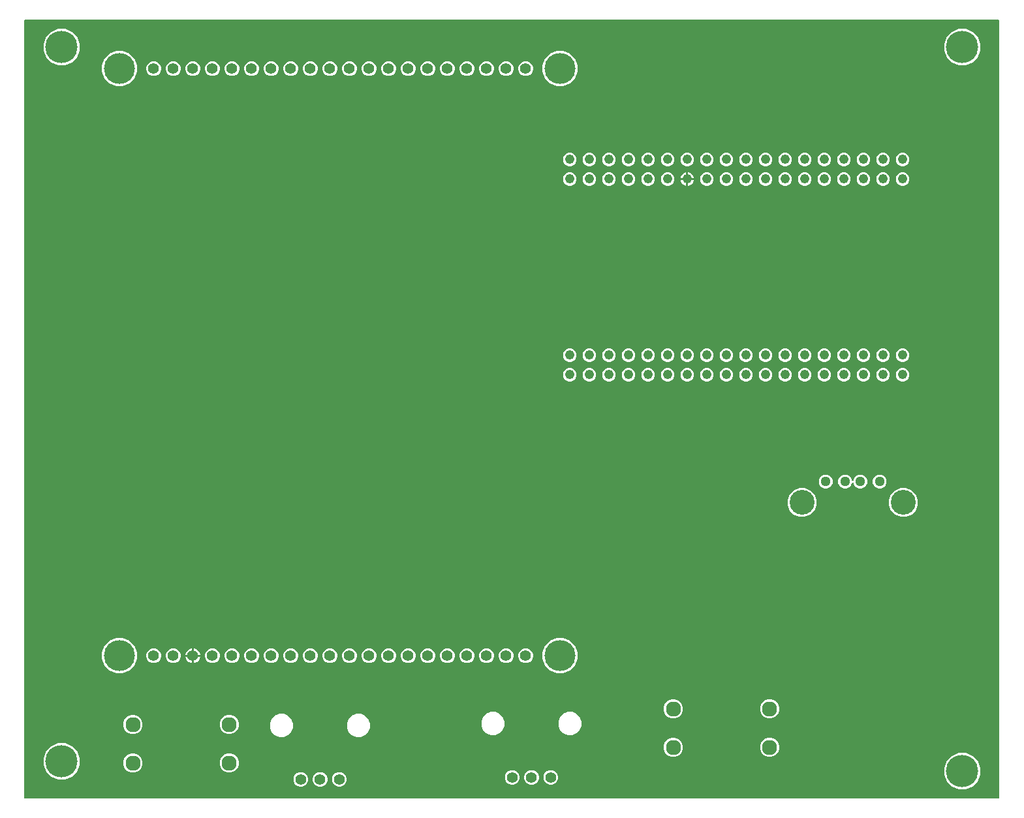
<source format=gbr>
G04 EAGLE Gerber RS-274X export*
G75*
%MOMM*%
%FSLAX34Y34*%
%LPD*%
%INCopper Layer 15*%
%IPPOS*%
%AMOC8*
5,1,8,0,0,1.08239X$1,22.5*%
G01*
G04 Define Apertures*
%ADD10C,1.244600*%
%ADD11C,1.288000*%
%ADD12C,3.220000*%
%ADD13C,1.400000*%
%ADD14C,4.016000*%
%ADD15C,1.960000*%
%ADD16C,4.191000*%
G36*
X1266685Y2641D02*
X1266190Y2540D01*
X3810Y2540D01*
X3352Y2625D01*
X2926Y2898D01*
X2641Y3315D01*
X2540Y3810D01*
X2540Y1012190D01*
X2625Y1012648D01*
X2898Y1013074D01*
X3315Y1013359D01*
X3810Y1013460D01*
X1266190Y1013460D01*
X1266648Y1013375D01*
X1267074Y1013102D01*
X1267359Y1012685D01*
X1267460Y1012190D01*
X1267460Y3810D01*
X1267375Y3352D01*
X1267102Y2926D01*
X1266685Y2641D01*
G37*
%LPC*%
G36*
X1214527Y954405D02*
X1223874Y954405D01*
X1232509Y957982D01*
X1239118Y964591D01*
X1242695Y973227D01*
X1242695Y982574D01*
X1239118Y991209D01*
X1232509Y997818D01*
X1223874Y1001395D01*
X1214527Y1001395D01*
X1205891Y997818D01*
X1199282Y991209D01*
X1195705Y982574D01*
X1195705Y973227D01*
X1199282Y964591D01*
X1205891Y957982D01*
X1214527Y954405D01*
G37*
G36*
X46127Y954405D02*
X55474Y954405D01*
X64109Y957982D01*
X70718Y964591D01*
X74295Y973227D01*
X74295Y982574D01*
X70718Y991209D01*
X64109Y997818D01*
X55474Y1001395D01*
X46127Y1001395D01*
X37491Y997818D01*
X30882Y991209D01*
X27305Y982574D01*
X27305Y973227D01*
X30882Y964591D01*
X37491Y957982D01*
X46127Y954405D01*
G37*
G36*
X692731Y927340D02*
X701729Y927340D01*
X710043Y930784D01*
X716406Y937147D01*
X719850Y945461D01*
X719850Y954459D01*
X716406Y962773D01*
X710043Y969136D01*
X701729Y972580D01*
X692731Y972580D01*
X684417Y969136D01*
X678054Y962773D01*
X674610Y954459D01*
X674610Y945461D01*
X678054Y937147D01*
X684417Y930784D01*
X692731Y927340D01*
G37*
G36*
X121231Y927340D02*
X130229Y927340D01*
X138543Y930784D01*
X144906Y937147D01*
X148350Y945461D01*
X148350Y954459D01*
X144906Y962773D01*
X138543Y969136D01*
X130229Y972580D01*
X121231Y972580D01*
X112917Y969136D01*
X106554Y962773D01*
X103110Y954459D01*
X103110Y945461D01*
X106554Y937147D01*
X112917Y930784D01*
X121231Y927340D01*
G37*
G36*
X650882Y940420D02*
X654678Y940420D01*
X658184Y941872D01*
X660868Y944556D01*
X662320Y948062D01*
X662320Y951858D01*
X660868Y955364D01*
X658184Y958048D01*
X654678Y959500D01*
X650882Y959500D01*
X647376Y958048D01*
X644692Y955364D01*
X643240Y951858D01*
X643240Y948062D01*
X644692Y944556D01*
X647376Y941872D01*
X650882Y940420D01*
G37*
G36*
X625482Y940420D02*
X629278Y940420D01*
X632784Y941872D01*
X635468Y944556D01*
X636920Y948062D01*
X636920Y951858D01*
X635468Y955364D01*
X632784Y958048D01*
X629278Y959500D01*
X625482Y959500D01*
X621976Y958048D01*
X619292Y955364D01*
X617840Y951858D01*
X617840Y948062D01*
X619292Y944556D01*
X621976Y941872D01*
X625482Y940420D01*
G37*
G36*
X600082Y940420D02*
X603878Y940420D01*
X607384Y941872D01*
X610068Y944556D01*
X611520Y948062D01*
X611520Y951858D01*
X610068Y955364D01*
X607384Y958048D01*
X603878Y959500D01*
X600082Y959500D01*
X596576Y958048D01*
X593892Y955364D01*
X592440Y951858D01*
X592440Y948062D01*
X593892Y944556D01*
X596576Y941872D01*
X600082Y940420D01*
G37*
G36*
X574682Y940420D02*
X578478Y940420D01*
X581984Y941872D01*
X584668Y944556D01*
X586120Y948062D01*
X586120Y951858D01*
X584668Y955364D01*
X581984Y958048D01*
X578478Y959500D01*
X574682Y959500D01*
X571176Y958048D01*
X568492Y955364D01*
X567040Y951858D01*
X567040Y948062D01*
X568492Y944556D01*
X571176Y941872D01*
X574682Y940420D01*
G37*
G36*
X549282Y940420D02*
X553078Y940420D01*
X556584Y941872D01*
X559268Y944556D01*
X560720Y948062D01*
X560720Y951858D01*
X559268Y955364D01*
X556584Y958048D01*
X553078Y959500D01*
X549282Y959500D01*
X545776Y958048D01*
X543092Y955364D01*
X541640Y951858D01*
X541640Y948062D01*
X543092Y944556D01*
X545776Y941872D01*
X549282Y940420D01*
G37*
G36*
X523882Y940420D02*
X527678Y940420D01*
X531184Y941872D01*
X533868Y944556D01*
X535320Y948062D01*
X535320Y951858D01*
X533868Y955364D01*
X531184Y958048D01*
X527678Y959500D01*
X523882Y959500D01*
X520376Y958048D01*
X517692Y955364D01*
X516240Y951858D01*
X516240Y948062D01*
X517692Y944556D01*
X520376Y941872D01*
X523882Y940420D01*
G37*
G36*
X498482Y940420D02*
X502278Y940420D01*
X505784Y941872D01*
X508468Y944556D01*
X509920Y948062D01*
X509920Y951858D01*
X508468Y955364D01*
X505784Y958048D01*
X502278Y959500D01*
X498482Y959500D01*
X494976Y958048D01*
X492292Y955364D01*
X490840Y951858D01*
X490840Y948062D01*
X492292Y944556D01*
X494976Y941872D01*
X498482Y940420D01*
G37*
G36*
X473082Y940420D02*
X476878Y940420D01*
X480384Y941872D01*
X483068Y944556D01*
X484520Y948062D01*
X484520Y951858D01*
X483068Y955364D01*
X480384Y958048D01*
X476878Y959500D01*
X473082Y959500D01*
X469576Y958048D01*
X466892Y955364D01*
X465440Y951858D01*
X465440Y948062D01*
X466892Y944556D01*
X469576Y941872D01*
X473082Y940420D01*
G37*
G36*
X447682Y940420D02*
X451478Y940420D01*
X454984Y941872D01*
X457668Y944556D01*
X459120Y948062D01*
X459120Y951858D01*
X457668Y955364D01*
X454984Y958048D01*
X451478Y959500D01*
X447682Y959500D01*
X444176Y958048D01*
X441492Y955364D01*
X440040Y951858D01*
X440040Y948062D01*
X441492Y944556D01*
X444176Y941872D01*
X447682Y940420D01*
G37*
G36*
X422282Y940420D02*
X426078Y940420D01*
X429584Y941872D01*
X432268Y944556D01*
X433720Y948062D01*
X433720Y951858D01*
X432268Y955364D01*
X429584Y958048D01*
X426078Y959500D01*
X422282Y959500D01*
X418776Y958048D01*
X416092Y955364D01*
X414640Y951858D01*
X414640Y948062D01*
X416092Y944556D01*
X418776Y941872D01*
X422282Y940420D01*
G37*
G36*
X396882Y940420D02*
X400678Y940420D01*
X404184Y941872D01*
X406868Y944556D01*
X408320Y948062D01*
X408320Y951858D01*
X406868Y955364D01*
X404184Y958048D01*
X400678Y959500D01*
X396882Y959500D01*
X393376Y958048D01*
X390692Y955364D01*
X389240Y951858D01*
X389240Y948062D01*
X390692Y944556D01*
X393376Y941872D01*
X396882Y940420D01*
G37*
G36*
X371482Y940420D02*
X375278Y940420D01*
X378784Y941872D01*
X381468Y944556D01*
X382920Y948062D01*
X382920Y951858D01*
X381468Y955364D01*
X378784Y958048D01*
X375278Y959500D01*
X371482Y959500D01*
X367976Y958048D01*
X365292Y955364D01*
X363840Y951858D01*
X363840Y948062D01*
X365292Y944556D01*
X367976Y941872D01*
X371482Y940420D01*
G37*
G36*
X346082Y940420D02*
X349878Y940420D01*
X353384Y941872D01*
X356068Y944556D01*
X357520Y948062D01*
X357520Y951858D01*
X356068Y955364D01*
X353384Y958048D01*
X349878Y959500D01*
X346082Y959500D01*
X342576Y958048D01*
X339892Y955364D01*
X338440Y951858D01*
X338440Y948062D01*
X339892Y944556D01*
X342576Y941872D01*
X346082Y940420D01*
G37*
G36*
X320682Y940420D02*
X324478Y940420D01*
X327984Y941872D01*
X330668Y944556D01*
X332120Y948062D01*
X332120Y951858D01*
X330668Y955364D01*
X327984Y958048D01*
X324478Y959500D01*
X320682Y959500D01*
X317176Y958048D01*
X314492Y955364D01*
X313040Y951858D01*
X313040Y948062D01*
X314492Y944556D01*
X317176Y941872D01*
X320682Y940420D01*
G37*
G36*
X295282Y940420D02*
X299078Y940420D01*
X302584Y941872D01*
X305268Y944556D01*
X306720Y948062D01*
X306720Y951858D01*
X305268Y955364D01*
X302584Y958048D01*
X299078Y959500D01*
X295282Y959500D01*
X291776Y958048D01*
X289092Y955364D01*
X287640Y951858D01*
X287640Y948062D01*
X289092Y944556D01*
X291776Y941872D01*
X295282Y940420D01*
G37*
G36*
X269882Y940420D02*
X273678Y940420D01*
X277184Y941872D01*
X279868Y944556D01*
X281320Y948062D01*
X281320Y951858D01*
X279868Y955364D01*
X277184Y958048D01*
X273678Y959500D01*
X269882Y959500D01*
X266376Y958048D01*
X263692Y955364D01*
X262240Y951858D01*
X262240Y948062D01*
X263692Y944556D01*
X266376Y941872D01*
X269882Y940420D01*
G37*
G36*
X244482Y940420D02*
X248278Y940420D01*
X251784Y941872D01*
X254468Y944556D01*
X255920Y948062D01*
X255920Y951858D01*
X254468Y955364D01*
X251784Y958048D01*
X248278Y959500D01*
X244482Y959500D01*
X240976Y958048D01*
X238292Y955364D01*
X236840Y951858D01*
X236840Y948062D01*
X238292Y944556D01*
X240976Y941872D01*
X244482Y940420D01*
G37*
G36*
X219082Y940420D02*
X222878Y940420D01*
X226384Y941872D01*
X229068Y944556D01*
X230520Y948062D01*
X230520Y951858D01*
X229068Y955364D01*
X226384Y958048D01*
X222878Y959500D01*
X219082Y959500D01*
X215576Y958048D01*
X212892Y955364D01*
X211440Y951858D01*
X211440Y948062D01*
X212892Y944556D01*
X215576Y941872D01*
X219082Y940420D01*
G37*
G36*
X193682Y940420D02*
X197478Y940420D01*
X200984Y941872D01*
X203668Y944556D01*
X205120Y948062D01*
X205120Y951858D01*
X203668Y955364D01*
X200984Y958048D01*
X197478Y959500D01*
X193682Y959500D01*
X190176Y958048D01*
X187492Y955364D01*
X186040Y951858D01*
X186040Y948062D01*
X187492Y944556D01*
X190176Y941872D01*
X193682Y940420D01*
G37*
G36*
X168282Y940420D02*
X172078Y940420D01*
X175584Y941872D01*
X178268Y944556D01*
X179720Y948062D01*
X179720Y951858D01*
X178268Y955364D01*
X175584Y958048D01*
X172078Y959500D01*
X168282Y959500D01*
X164776Y958048D01*
X162092Y955364D01*
X160640Y951858D01*
X160640Y948062D01*
X162092Y944556D01*
X164776Y941872D01*
X168282Y940420D01*
G37*
G36*
X1139985Y823212D02*
X1143471Y823212D01*
X1146692Y824546D01*
X1149157Y827011D01*
X1150491Y830232D01*
X1150491Y833718D01*
X1149157Y836939D01*
X1146692Y839404D01*
X1143471Y840738D01*
X1139985Y840738D01*
X1136764Y839404D01*
X1134299Y836939D01*
X1132965Y833718D01*
X1132965Y830232D01*
X1134299Y827011D01*
X1136764Y824546D01*
X1139985Y823212D01*
G37*
G36*
X1114585Y823212D02*
X1118071Y823212D01*
X1121292Y824546D01*
X1123757Y827011D01*
X1125091Y830232D01*
X1125091Y833718D01*
X1123757Y836939D01*
X1121292Y839404D01*
X1118071Y840738D01*
X1114585Y840738D01*
X1111364Y839404D01*
X1108899Y836939D01*
X1107565Y833718D01*
X1107565Y830232D01*
X1108899Y827011D01*
X1111364Y824546D01*
X1114585Y823212D01*
G37*
G36*
X1089185Y823212D02*
X1092671Y823212D01*
X1095892Y824546D01*
X1098357Y827011D01*
X1099691Y830232D01*
X1099691Y833718D01*
X1098357Y836939D01*
X1095892Y839404D01*
X1092671Y840738D01*
X1089185Y840738D01*
X1085964Y839404D01*
X1083499Y836939D01*
X1082165Y833718D01*
X1082165Y830232D01*
X1083499Y827011D01*
X1085964Y824546D01*
X1089185Y823212D01*
G37*
G36*
X1063785Y823212D02*
X1067271Y823212D01*
X1070492Y824546D01*
X1072957Y827011D01*
X1074291Y830232D01*
X1074291Y833718D01*
X1072957Y836939D01*
X1070492Y839404D01*
X1067271Y840738D01*
X1063785Y840738D01*
X1060564Y839404D01*
X1058099Y836939D01*
X1056765Y833718D01*
X1056765Y830232D01*
X1058099Y827011D01*
X1060564Y824546D01*
X1063785Y823212D01*
G37*
G36*
X1038385Y823212D02*
X1041871Y823212D01*
X1045092Y824546D01*
X1047557Y827011D01*
X1048891Y830232D01*
X1048891Y833718D01*
X1047557Y836939D01*
X1045092Y839404D01*
X1041871Y840738D01*
X1038385Y840738D01*
X1035164Y839404D01*
X1032699Y836939D01*
X1031365Y833718D01*
X1031365Y830232D01*
X1032699Y827011D01*
X1035164Y824546D01*
X1038385Y823212D01*
G37*
G36*
X1012985Y823212D02*
X1016471Y823212D01*
X1019692Y824546D01*
X1022157Y827011D01*
X1023491Y830232D01*
X1023491Y833718D01*
X1022157Y836939D01*
X1019692Y839404D01*
X1016471Y840738D01*
X1012985Y840738D01*
X1009764Y839404D01*
X1007299Y836939D01*
X1005965Y833718D01*
X1005965Y830232D01*
X1007299Y827011D01*
X1009764Y824546D01*
X1012985Y823212D01*
G37*
G36*
X987585Y823212D02*
X991071Y823212D01*
X994292Y824546D01*
X996757Y827011D01*
X998091Y830232D01*
X998091Y833718D01*
X996757Y836939D01*
X994292Y839404D01*
X991071Y840738D01*
X987585Y840738D01*
X984364Y839404D01*
X981899Y836939D01*
X980565Y833718D01*
X980565Y830232D01*
X981899Y827011D01*
X984364Y824546D01*
X987585Y823212D01*
G37*
G36*
X962185Y823212D02*
X965671Y823212D01*
X968892Y824546D01*
X971357Y827011D01*
X972691Y830232D01*
X972691Y833718D01*
X971357Y836939D01*
X968892Y839404D01*
X965671Y840738D01*
X962185Y840738D01*
X958964Y839404D01*
X956499Y836939D01*
X955165Y833718D01*
X955165Y830232D01*
X956499Y827011D01*
X958964Y824546D01*
X962185Y823212D01*
G37*
G36*
X936785Y823212D02*
X940271Y823212D01*
X943492Y824546D01*
X945957Y827011D01*
X947291Y830232D01*
X947291Y833718D01*
X945957Y836939D01*
X943492Y839404D01*
X940271Y840738D01*
X936785Y840738D01*
X933564Y839404D01*
X931099Y836939D01*
X929765Y833718D01*
X929765Y830232D01*
X931099Y827011D01*
X933564Y824546D01*
X936785Y823212D01*
G37*
G36*
X911385Y823212D02*
X914871Y823212D01*
X918092Y824546D01*
X920557Y827011D01*
X921891Y830232D01*
X921891Y833718D01*
X920557Y836939D01*
X918092Y839404D01*
X914871Y840738D01*
X911385Y840738D01*
X908164Y839404D01*
X905699Y836939D01*
X904365Y833718D01*
X904365Y830232D01*
X905699Y827011D01*
X908164Y824546D01*
X911385Y823212D01*
G37*
G36*
X885985Y823212D02*
X889471Y823212D01*
X892692Y824546D01*
X895157Y827011D01*
X896491Y830232D01*
X896491Y833718D01*
X895157Y836939D01*
X892692Y839404D01*
X889471Y840738D01*
X885985Y840738D01*
X882764Y839404D01*
X880299Y836939D01*
X878965Y833718D01*
X878965Y830232D01*
X880299Y827011D01*
X882764Y824546D01*
X885985Y823212D01*
G37*
G36*
X860585Y823212D02*
X864071Y823212D01*
X867292Y824546D01*
X869757Y827011D01*
X871091Y830232D01*
X871091Y833718D01*
X869757Y836939D01*
X867292Y839404D01*
X864071Y840738D01*
X860585Y840738D01*
X857364Y839404D01*
X854899Y836939D01*
X853565Y833718D01*
X853565Y830232D01*
X854899Y827011D01*
X857364Y824546D01*
X860585Y823212D01*
G37*
G36*
X835185Y823212D02*
X838671Y823212D01*
X841892Y824546D01*
X844357Y827011D01*
X845691Y830232D01*
X845691Y833718D01*
X844357Y836939D01*
X841892Y839404D01*
X838671Y840738D01*
X835185Y840738D01*
X831964Y839404D01*
X829499Y836939D01*
X828165Y833718D01*
X828165Y830232D01*
X829499Y827011D01*
X831964Y824546D01*
X835185Y823212D01*
G37*
G36*
X809785Y823212D02*
X813271Y823212D01*
X816492Y824546D01*
X818957Y827011D01*
X820291Y830232D01*
X820291Y833718D01*
X818957Y836939D01*
X816492Y839404D01*
X813271Y840738D01*
X809785Y840738D01*
X806564Y839404D01*
X804099Y836939D01*
X802765Y833718D01*
X802765Y830232D01*
X804099Y827011D01*
X806564Y824546D01*
X809785Y823212D01*
G37*
G36*
X784385Y823212D02*
X787871Y823212D01*
X791092Y824546D01*
X793557Y827011D01*
X794891Y830232D01*
X794891Y833718D01*
X793557Y836939D01*
X791092Y839404D01*
X787871Y840738D01*
X784385Y840738D01*
X781164Y839404D01*
X778699Y836939D01*
X777365Y833718D01*
X777365Y830232D01*
X778699Y827011D01*
X781164Y824546D01*
X784385Y823212D01*
G37*
G36*
X758985Y823212D02*
X762471Y823212D01*
X765692Y824546D01*
X768157Y827011D01*
X769491Y830232D01*
X769491Y833718D01*
X768157Y836939D01*
X765692Y839404D01*
X762471Y840738D01*
X758985Y840738D01*
X755764Y839404D01*
X753299Y836939D01*
X751965Y833718D01*
X751965Y830232D01*
X753299Y827011D01*
X755764Y824546D01*
X758985Y823212D01*
G37*
G36*
X733585Y823212D02*
X737071Y823212D01*
X740292Y824546D01*
X742757Y827011D01*
X744091Y830232D01*
X744091Y833718D01*
X742757Y836939D01*
X740292Y839404D01*
X737071Y840738D01*
X733585Y840738D01*
X730364Y839404D01*
X727899Y836939D01*
X726565Y833718D01*
X726565Y830232D01*
X727899Y827011D01*
X730364Y824546D01*
X733585Y823212D01*
G37*
G36*
X708185Y823212D02*
X711671Y823212D01*
X714892Y824546D01*
X717357Y827011D01*
X718691Y830232D01*
X718691Y833718D01*
X717357Y836939D01*
X714892Y839404D01*
X711671Y840738D01*
X708185Y840738D01*
X704964Y839404D01*
X702499Y836939D01*
X701165Y833718D01*
X701165Y830232D01*
X702499Y827011D01*
X704964Y824546D01*
X708185Y823212D01*
G37*
G36*
X1139985Y797812D02*
X1143471Y797812D01*
X1146692Y799146D01*
X1149157Y801611D01*
X1150491Y804832D01*
X1150491Y808318D01*
X1149157Y811539D01*
X1146692Y814004D01*
X1143471Y815338D01*
X1139985Y815338D01*
X1136764Y814004D01*
X1134299Y811539D01*
X1132965Y808318D01*
X1132965Y804832D01*
X1134299Y801611D01*
X1136764Y799146D01*
X1139985Y797812D01*
G37*
G36*
X1114585Y797812D02*
X1118071Y797812D01*
X1121292Y799146D01*
X1123757Y801611D01*
X1125091Y804832D01*
X1125091Y808318D01*
X1123757Y811539D01*
X1121292Y814004D01*
X1118071Y815338D01*
X1114585Y815338D01*
X1111364Y814004D01*
X1108899Y811539D01*
X1107565Y808318D01*
X1107565Y804832D01*
X1108899Y801611D01*
X1111364Y799146D01*
X1114585Y797812D01*
G37*
G36*
X1089185Y797812D02*
X1092671Y797812D01*
X1095892Y799146D01*
X1098357Y801611D01*
X1099691Y804832D01*
X1099691Y808318D01*
X1098357Y811539D01*
X1095892Y814004D01*
X1092671Y815338D01*
X1089185Y815338D01*
X1085964Y814004D01*
X1083499Y811539D01*
X1082165Y808318D01*
X1082165Y804832D01*
X1083499Y801611D01*
X1085964Y799146D01*
X1089185Y797812D01*
G37*
G36*
X1063785Y797812D02*
X1067271Y797812D01*
X1070492Y799146D01*
X1072957Y801611D01*
X1074291Y804832D01*
X1074291Y808318D01*
X1072957Y811539D01*
X1070492Y814004D01*
X1067271Y815338D01*
X1063785Y815338D01*
X1060564Y814004D01*
X1058099Y811539D01*
X1056765Y808318D01*
X1056765Y804832D01*
X1058099Y801611D01*
X1060564Y799146D01*
X1063785Y797812D01*
G37*
G36*
X1038385Y797812D02*
X1041871Y797812D01*
X1045092Y799146D01*
X1047557Y801611D01*
X1048891Y804832D01*
X1048891Y808318D01*
X1047557Y811539D01*
X1045092Y814004D01*
X1041871Y815338D01*
X1038385Y815338D01*
X1035164Y814004D01*
X1032699Y811539D01*
X1031365Y808318D01*
X1031365Y804832D01*
X1032699Y801611D01*
X1035164Y799146D01*
X1038385Y797812D01*
G37*
G36*
X1012985Y797812D02*
X1016471Y797812D01*
X1019692Y799146D01*
X1022157Y801611D01*
X1023491Y804832D01*
X1023491Y808318D01*
X1022157Y811539D01*
X1019692Y814004D01*
X1016471Y815338D01*
X1012985Y815338D01*
X1009764Y814004D01*
X1007299Y811539D01*
X1005965Y808318D01*
X1005965Y804832D01*
X1007299Y801611D01*
X1009764Y799146D01*
X1012985Y797812D01*
G37*
G36*
X987585Y797812D02*
X991071Y797812D01*
X994292Y799146D01*
X996757Y801611D01*
X998091Y804832D01*
X998091Y808318D01*
X996757Y811539D01*
X994292Y814004D01*
X991071Y815338D01*
X987585Y815338D01*
X984364Y814004D01*
X981899Y811539D01*
X980565Y808318D01*
X980565Y804832D01*
X981899Y801611D01*
X984364Y799146D01*
X987585Y797812D01*
G37*
G36*
X962185Y797812D02*
X965671Y797812D01*
X968892Y799146D01*
X971357Y801611D01*
X972691Y804832D01*
X972691Y808318D01*
X971357Y811539D01*
X968892Y814004D01*
X965671Y815338D01*
X962185Y815338D01*
X958964Y814004D01*
X956499Y811539D01*
X955165Y808318D01*
X955165Y804832D01*
X956499Y801611D01*
X958964Y799146D01*
X962185Y797812D01*
G37*
G36*
X936785Y797812D02*
X940271Y797812D01*
X943492Y799146D01*
X945957Y801611D01*
X947291Y804832D01*
X947291Y808318D01*
X945957Y811539D01*
X943492Y814004D01*
X940271Y815338D01*
X936785Y815338D01*
X933564Y814004D01*
X931099Y811539D01*
X929765Y808318D01*
X929765Y804832D01*
X931099Y801611D01*
X933564Y799146D01*
X936785Y797812D01*
G37*
G36*
X911385Y797812D02*
X914871Y797812D01*
X918092Y799146D01*
X920557Y801611D01*
X921891Y804832D01*
X921891Y808318D01*
X920557Y811539D01*
X918092Y814004D01*
X914871Y815338D01*
X911385Y815338D01*
X908164Y814004D01*
X905699Y811539D01*
X904365Y808318D01*
X904365Y804832D01*
X905699Y801611D01*
X908164Y799146D01*
X911385Y797812D01*
G37*
G36*
X885985Y797812D02*
X889471Y797812D01*
X892692Y799146D01*
X895157Y801611D01*
X896491Y804832D01*
X896491Y808318D01*
X895157Y811539D01*
X892692Y814004D01*
X889471Y815338D01*
X885985Y815338D01*
X882764Y814004D01*
X880299Y811539D01*
X878965Y808318D01*
X878965Y804832D01*
X880299Y801611D01*
X882764Y799146D01*
X885985Y797812D01*
G37*
G36*
X853565Y807845D02*
X861058Y807845D01*
X861058Y815338D01*
X860585Y815338D01*
X857364Y814004D01*
X854899Y811539D01*
X853565Y808318D01*
X853565Y807845D01*
G37*
G36*
X835185Y797812D02*
X838671Y797812D01*
X841892Y799146D01*
X844357Y801611D01*
X845691Y804832D01*
X845691Y808318D01*
X844357Y811539D01*
X841892Y814004D01*
X838671Y815338D01*
X835185Y815338D01*
X831964Y814004D01*
X829499Y811539D01*
X828165Y808318D01*
X828165Y804832D01*
X829499Y801611D01*
X831964Y799146D01*
X835185Y797812D01*
G37*
G36*
X809785Y797812D02*
X813271Y797812D01*
X816492Y799146D01*
X818957Y801611D01*
X820291Y804832D01*
X820291Y808318D01*
X818957Y811539D01*
X816492Y814004D01*
X813271Y815338D01*
X809785Y815338D01*
X806564Y814004D01*
X804099Y811539D01*
X802765Y808318D01*
X802765Y804832D01*
X804099Y801611D01*
X806564Y799146D01*
X809785Y797812D01*
G37*
G36*
X784385Y797812D02*
X787871Y797812D01*
X791092Y799146D01*
X793557Y801611D01*
X794891Y804832D01*
X794891Y808318D01*
X793557Y811539D01*
X791092Y814004D01*
X787871Y815338D01*
X784385Y815338D01*
X781164Y814004D01*
X778699Y811539D01*
X777365Y808318D01*
X777365Y804832D01*
X778699Y801611D01*
X781164Y799146D01*
X784385Y797812D01*
G37*
G36*
X758985Y797812D02*
X762471Y797812D01*
X765692Y799146D01*
X768157Y801611D01*
X769491Y804832D01*
X769491Y808318D01*
X768157Y811539D01*
X765692Y814004D01*
X762471Y815338D01*
X758985Y815338D01*
X755764Y814004D01*
X753299Y811539D01*
X751965Y808318D01*
X751965Y804832D01*
X753299Y801611D01*
X755764Y799146D01*
X758985Y797812D01*
G37*
G36*
X733585Y797812D02*
X737071Y797812D01*
X740292Y799146D01*
X742757Y801611D01*
X744091Y804832D01*
X744091Y808318D01*
X742757Y811539D01*
X740292Y814004D01*
X737071Y815338D01*
X733585Y815338D01*
X730364Y814004D01*
X727899Y811539D01*
X726565Y808318D01*
X726565Y804832D01*
X727899Y801611D01*
X730364Y799146D01*
X733585Y797812D01*
G37*
G36*
X708185Y797812D02*
X711671Y797812D01*
X714892Y799146D01*
X717357Y801611D01*
X718691Y804832D01*
X718691Y808318D01*
X717357Y811539D01*
X714892Y814004D01*
X711671Y815338D01*
X708185Y815338D01*
X704964Y814004D01*
X702499Y811539D01*
X701165Y808318D01*
X701165Y804832D01*
X702499Y801611D01*
X704964Y799146D01*
X708185Y797812D01*
G37*
G36*
X863598Y807845D02*
X871091Y807845D01*
X871091Y808318D01*
X869757Y811539D01*
X867292Y814004D01*
X864071Y815338D01*
X863598Y815338D01*
X863598Y807845D01*
G37*
G36*
X863598Y797812D02*
X864071Y797812D01*
X867292Y799146D01*
X869757Y801611D01*
X871091Y804832D01*
X871091Y805305D01*
X863598Y805305D01*
X863598Y797812D01*
G37*
G36*
X860585Y797812D02*
X861058Y797812D01*
X861058Y805305D01*
X853565Y805305D01*
X853565Y804832D01*
X854899Y801611D01*
X857364Y799146D01*
X860585Y797812D01*
G37*
G36*
X1114585Y569212D02*
X1118071Y569212D01*
X1121292Y570546D01*
X1123757Y573011D01*
X1125091Y576232D01*
X1125091Y579718D01*
X1123757Y582939D01*
X1121292Y585404D01*
X1118071Y586738D01*
X1114585Y586738D01*
X1111364Y585404D01*
X1108899Y582939D01*
X1107565Y579718D01*
X1107565Y576232D01*
X1108899Y573011D01*
X1111364Y570546D01*
X1114585Y569212D01*
G37*
G36*
X1089185Y569212D02*
X1092671Y569212D01*
X1095892Y570546D01*
X1098357Y573011D01*
X1099691Y576232D01*
X1099691Y579718D01*
X1098357Y582939D01*
X1095892Y585404D01*
X1092671Y586738D01*
X1089185Y586738D01*
X1085964Y585404D01*
X1083499Y582939D01*
X1082165Y579718D01*
X1082165Y576232D01*
X1083499Y573011D01*
X1085964Y570546D01*
X1089185Y569212D01*
G37*
G36*
X1063785Y569212D02*
X1067271Y569212D01*
X1070492Y570546D01*
X1072957Y573011D01*
X1074291Y576232D01*
X1074291Y579718D01*
X1072957Y582939D01*
X1070492Y585404D01*
X1067271Y586738D01*
X1063785Y586738D01*
X1060564Y585404D01*
X1058099Y582939D01*
X1056765Y579718D01*
X1056765Y576232D01*
X1058099Y573011D01*
X1060564Y570546D01*
X1063785Y569212D01*
G37*
G36*
X1038385Y569212D02*
X1041871Y569212D01*
X1045092Y570546D01*
X1047557Y573011D01*
X1048891Y576232D01*
X1048891Y579718D01*
X1047557Y582939D01*
X1045092Y585404D01*
X1041871Y586738D01*
X1038385Y586738D01*
X1035164Y585404D01*
X1032699Y582939D01*
X1031365Y579718D01*
X1031365Y576232D01*
X1032699Y573011D01*
X1035164Y570546D01*
X1038385Y569212D01*
G37*
G36*
X1012985Y569212D02*
X1016471Y569212D01*
X1019692Y570546D01*
X1022157Y573011D01*
X1023491Y576232D01*
X1023491Y579718D01*
X1022157Y582939D01*
X1019692Y585404D01*
X1016471Y586738D01*
X1012985Y586738D01*
X1009764Y585404D01*
X1007299Y582939D01*
X1005965Y579718D01*
X1005965Y576232D01*
X1007299Y573011D01*
X1009764Y570546D01*
X1012985Y569212D01*
G37*
G36*
X987585Y569212D02*
X991071Y569212D01*
X994292Y570546D01*
X996757Y573011D01*
X998091Y576232D01*
X998091Y579718D01*
X996757Y582939D01*
X994292Y585404D01*
X991071Y586738D01*
X987585Y586738D01*
X984364Y585404D01*
X981899Y582939D01*
X980565Y579718D01*
X980565Y576232D01*
X981899Y573011D01*
X984364Y570546D01*
X987585Y569212D01*
G37*
G36*
X962185Y569212D02*
X965671Y569212D01*
X968892Y570546D01*
X971357Y573011D01*
X972691Y576232D01*
X972691Y579718D01*
X971357Y582939D01*
X968892Y585404D01*
X965671Y586738D01*
X962185Y586738D01*
X958964Y585404D01*
X956499Y582939D01*
X955165Y579718D01*
X955165Y576232D01*
X956499Y573011D01*
X958964Y570546D01*
X962185Y569212D01*
G37*
G36*
X936785Y569212D02*
X940271Y569212D01*
X943492Y570546D01*
X945957Y573011D01*
X947291Y576232D01*
X947291Y579718D01*
X945957Y582939D01*
X943492Y585404D01*
X940271Y586738D01*
X936785Y586738D01*
X933564Y585404D01*
X931099Y582939D01*
X929765Y579718D01*
X929765Y576232D01*
X931099Y573011D01*
X933564Y570546D01*
X936785Y569212D01*
G37*
G36*
X911385Y569212D02*
X914871Y569212D01*
X918092Y570546D01*
X920557Y573011D01*
X921891Y576232D01*
X921891Y579718D01*
X920557Y582939D01*
X918092Y585404D01*
X914871Y586738D01*
X911385Y586738D01*
X908164Y585404D01*
X905699Y582939D01*
X904365Y579718D01*
X904365Y576232D01*
X905699Y573011D01*
X908164Y570546D01*
X911385Y569212D01*
G37*
G36*
X885985Y569212D02*
X889471Y569212D01*
X892692Y570546D01*
X895157Y573011D01*
X896491Y576232D01*
X896491Y579718D01*
X895157Y582939D01*
X892692Y585404D01*
X889471Y586738D01*
X885985Y586738D01*
X882764Y585404D01*
X880299Y582939D01*
X878965Y579718D01*
X878965Y576232D01*
X880299Y573011D01*
X882764Y570546D01*
X885985Y569212D01*
G37*
G36*
X860585Y569212D02*
X864071Y569212D01*
X867292Y570546D01*
X869757Y573011D01*
X871091Y576232D01*
X871091Y579718D01*
X869757Y582939D01*
X867292Y585404D01*
X864071Y586738D01*
X860585Y586738D01*
X857364Y585404D01*
X854899Y582939D01*
X853565Y579718D01*
X853565Y576232D01*
X854899Y573011D01*
X857364Y570546D01*
X860585Y569212D01*
G37*
G36*
X835185Y569212D02*
X838671Y569212D01*
X841892Y570546D01*
X844357Y573011D01*
X845691Y576232D01*
X845691Y579718D01*
X844357Y582939D01*
X841892Y585404D01*
X838671Y586738D01*
X835185Y586738D01*
X831964Y585404D01*
X829499Y582939D01*
X828165Y579718D01*
X828165Y576232D01*
X829499Y573011D01*
X831964Y570546D01*
X835185Y569212D01*
G37*
G36*
X809785Y569212D02*
X813271Y569212D01*
X816492Y570546D01*
X818957Y573011D01*
X820291Y576232D01*
X820291Y579718D01*
X818957Y582939D01*
X816492Y585404D01*
X813271Y586738D01*
X809785Y586738D01*
X806564Y585404D01*
X804099Y582939D01*
X802765Y579718D01*
X802765Y576232D01*
X804099Y573011D01*
X806564Y570546D01*
X809785Y569212D01*
G37*
G36*
X784385Y569212D02*
X787871Y569212D01*
X791092Y570546D01*
X793557Y573011D01*
X794891Y576232D01*
X794891Y579718D01*
X793557Y582939D01*
X791092Y585404D01*
X787871Y586738D01*
X784385Y586738D01*
X781164Y585404D01*
X778699Y582939D01*
X777365Y579718D01*
X777365Y576232D01*
X778699Y573011D01*
X781164Y570546D01*
X784385Y569212D01*
G37*
G36*
X758985Y569212D02*
X762471Y569212D01*
X765692Y570546D01*
X768157Y573011D01*
X769491Y576232D01*
X769491Y579718D01*
X768157Y582939D01*
X765692Y585404D01*
X762471Y586738D01*
X758985Y586738D01*
X755764Y585404D01*
X753299Y582939D01*
X751965Y579718D01*
X751965Y576232D01*
X753299Y573011D01*
X755764Y570546D01*
X758985Y569212D01*
G37*
G36*
X733585Y569212D02*
X737071Y569212D01*
X740292Y570546D01*
X742757Y573011D01*
X744091Y576232D01*
X744091Y579718D01*
X742757Y582939D01*
X740292Y585404D01*
X737071Y586738D01*
X733585Y586738D01*
X730364Y585404D01*
X727899Y582939D01*
X726565Y579718D01*
X726565Y576232D01*
X727899Y573011D01*
X730364Y570546D01*
X733585Y569212D01*
G37*
G36*
X708185Y569212D02*
X711671Y569212D01*
X714892Y570546D01*
X717357Y573011D01*
X718691Y576232D01*
X718691Y579718D01*
X717357Y582939D01*
X714892Y585404D01*
X711671Y586738D01*
X708185Y586738D01*
X704964Y585404D01*
X702499Y582939D01*
X701165Y579718D01*
X701165Y576232D01*
X702499Y573011D01*
X704964Y570546D01*
X708185Y569212D01*
G37*
G36*
X1139985Y569212D02*
X1143471Y569212D01*
X1146692Y570546D01*
X1149157Y573011D01*
X1150491Y576232D01*
X1150491Y579718D01*
X1149157Y582939D01*
X1146692Y585404D01*
X1143471Y586738D01*
X1139985Y586738D01*
X1136764Y585404D01*
X1134299Y582939D01*
X1132965Y579718D01*
X1132965Y576232D01*
X1134299Y573011D01*
X1136764Y570546D01*
X1139985Y569212D01*
G37*
G36*
X1114585Y543812D02*
X1118071Y543812D01*
X1121292Y545146D01*
X1123757Y547611D01*
X1125091Y550832D01*
X1125091Y554318D01*
X1123757Y557539D01*
X1121292Y560004D01*
X1118071Y561338D01*
X1114585Y561338D01*
X1111364Y560004D01*
X1108899Y557539D01*
X1107565Y554318D01*
X1107565Y550832D01*
X1108899Y547611D01*
X1111364Y545146D01*
X1114585Y543812D01*
G37*
G36*
X1089185Y543812D02*
X1092671Y543812D01*
X1095892Y545146D01*
X1098357Y547611D01*
X1099691Y550832D01*
X1099691Y554318D01*
X1098357Y557539D01*
X1095892Y560004D01*
X1092671Y561338D01*
X1089185Y561338D01*
X1085964Y560004D01*
X1083499Y557539D01*
X1082165Y554318D01*
X1082165Y550832D01*
X1083499Y547611D01*
X1085964Y545146D01*
X1089185Y543812D01*
G37*
G36*
X1063785Y543812D02*
X1067271Y543812D01*
X1070492Y545146D01*
X1072957Y547611D01*
X1074291Y550832D01*
X1074291Y554318D01*
X1072957Y557539D01*
X1070492Y560004D01*
X1067271Y561338D01*
X1063785Y561338D01*
X1060564Y560004D01*
X1058099Y557539D01*
X1056765Y554318D01*
X1056765Y550832D01*
X1058099Y547611D01*
X1060564Y545146D01*
X1063785Y543812D01*
G37*
G36*
X1038385Y543812D02*
X1041871Y543812D01*
X1045092Y545146D01*
X1047557Y547611D01*
X1048891Y550832D01*
X1048891Y554318D01*
X1047557Y557539D01*
X1045092Y560004D01*
X1041871Y561338D01*
X1038385Y561338D01*
X1035164Y560004D01*
X1032699Y557539D01*
X1031365Y554318D01*
X1031365Y550832D01*
X1032699Y547611D01*
X1035164Y545146D01*
X1038385Y543812D01*
G37*
G36*
X1139985Y543812D02*
X1143471Y543812D01*
X1146692Y545146D01*
X1149157Y547611D01*
X1150491Y550832D01*
X1150491Y554318D01*
X1149157Y557539D01*
X1146692Y560004D01*
X1143471Y561338D01*
X1139985Y561338D01*
X1136764Y560004D01*
X1134299Y557539D01*
X1132965Y554318D01*
X1132965Y550832D01*
X1134299Y547611D01*
X1136764Y545146D01*
X1139985Y543812D01*
G37*
G36*
X987585Y543812D02*
X991071Y543812D01*
X994292Y545146D01*
X996757Y547611D01*
X998091Y550832D01*
X998091Y554318D01*
X996757Y557539D01*
X994292Y560004D01*
X991071Y561338D01*
X987585Y561338D01*
X984364Y560004D01*
X981899Y557539D01*
X980565Y554318D01*
X980565Y550832D01*
X981899Y547611D01*
X984364Y545146D01*
X987585Y543812D01*
G37*
G36*
X962185Y543812D02*
X965671Y543812D01*
X968892Y545146D01*
X971357Y547611D01*
X972691Y550832D01*
X972691Y554318D01*
X971357Y557539D01*
X968892Y560004D01*
X965671Y561338D01*
X962185Y561338D01*
X958964Y560004D01*
X956499Y557539D01*
X955165Y554318D01*
X955165Y550832D01*
X956499Y547611D01*
X958964Y545146D01*
X962185Y543812D01*
G37*
G36*
X936785Y543812D02*
X940271Y543812D01*
X943492Y545146D01*
X945957Y547611D01*
X947291Y550832D01*
X947291Y554318D01*
X945957Y557539D01*
X943492Y560004D01*
X940271Y561338D01*
X936785Y561338D01*
X933564Y560004D01*
X931099Y557539D01*
X929765Y554318D01*
X929765Y550832D01*
X931099Y547611D01*
X933564Y545146D01*
X936785Y543812D01*
G37*
G36*
X911385Y543812D02*
X914871Y543812D01*
X918092Y545146D01*
X920557Y547611D01*
X921891Y550832D01*
X921891Y554318D01*
X920557Y557539D01*
X918092Y560004D01*
X914871Y561338D01*
X911385Y561338D01*
X908164Y560004D01*
X905699Y557539D01*
X904365Y554318D01*
X904365Y550832D01*
X905699Y547611D01*
X908164Y545146D01*
X911385Y543812D01*
G37*
G36*
X885985Y543812D02*
X889471Y543812D01*
X892692Y545146D01*
X895157Y547611D01*
X896491Y550832D01*
X896491Y554318D01*
X895157Y557539D01*
X892692Y560004D01*
X889471Y561338D01*
X885985Y561338D01*
X882764Y560004D01*
X880299Y557539D01*
X878965Y554318D01*
X878965Y550832D01*
X880299Y547611D01*
X882764Y545146D01*
X885985Y543812D01*
G37*
G36*
X860585Y543812D02*
X864071Y543812D01*
X867292Y545146D01*
X869757Y547611D01*
X871091Y550832D01*
X871091Y554318D01*
X869757Y557539D01*
X867292Y560004D01*
X864071Y561338D01*
X860585Y561338D01*
X857364Y560004D01*
X854899Y557539D01*
X853565Y554318D01*
X853565Y550832D01*
X854899Y547611D01*
X857364Y545146D01*
X860585Y543812D01*
G37*
G36*
X835185Y543812D02*
X838671Y543812D01*
X841892Y545146D01*
X844357Y547611D01*
X845691Y550832D01*
X845691Y554318D01*
X844357Y557539D01*
X841892Y560004D01*
X838671Y561338D01*
X835185Y561338D01*
X831964Y560004D01*
X829499Y557539D01*
X828165Y554318D01*
X828165Y550832D01*
X829499Y547611D01*
X831964Y545146D01*
X835185Y543812D01*
G37*
G36*
X809785Y543812D02*
X813271Y543812D01*
X816492Y545146D01*
X818957Y547611D01*
X820291Y550832D01*
X820291Y554318D01*
X818957Y557539D01*
X816492Y560004D01*
X813271Y561338D01*
X809785Y561338D01*
X806564Y560004D01*
X804099Y557539D01*
X802765Y554318D01*
X802765Y550832D01*
X804099Y547611D01*
X806564Y545146D01*
X809785Y543812D01*
G37*
G36*
X784385Y543812D02*
X787871Y543812D01*
X791092Y545146D01*
X793557Y547611D01*
X794891Y550832D01*
X794891Y554318D01*
X793557Y557539D01*
X791092Y560004D01*
X787871Y561338D01*
X784385Y561338D01*
X781164Y560004D01*
X778699Y557539D01*
X777365Y554318D01*
X777365Y550832D01*
X778699Y547611D01*
X781164Y545146D01*
X784385Y543812D01*
G37*
G36*
X758985Y543812D02*
X762471Y543812D01*
X765692Y545146D01*
X768157Y547611D01*
X769491Y550832D01*
X769491Y554318D01*
X768157Y557539D01*
X765692Y560004D01*
X762471Y561338D01*
X758985Y561338D01*
X755764Y560004D01*
X753299Y557539D01*
X751965Y554318D01*
X751965Y550832D01*
X753299Y547611D01*
X755764Y545146D01*
X758985Y543812D01*
G37*
G36*
X733585Y543812D02*
X737071Y543812D01*
X740292Y545146D01*
X742757Y547611D01*
X744091Y550832D01*
X744091Y554318D01*
X742757Y557539D01*
X740292Y560004D01*
X737071Y561338D01*
X733585Y561338D01*
X730364Y560004D01*
X727899Y557539D01*
X726565Y554318D01*
X726565Y550832D01*
X727899Y547611D01*
X730364Y545146D01*
X733585Y543812D01*
G37*
G36*
X708185Y543812D02*
X711671Y543812D01*
X714892Y545146D01*
X717357Y547611D01*
X718691Y550832D01*
X718691Y554318D01*
X717357Y557539D01*
X714892Y560004D01*
X711671Y561338D01*
X708185Y561338D01*
X704964Y560004D01*
X702499Y557539D01*
X701165Y554318D01*
X701165Y550832D01*
X702499Y547611D01*
X704964Y545146D01*
X708185Y543812D01*
G37*
G36*
X1012985Y543812D02*
X1016471Y543812D01*
X1019692Y545146D01*
X1022157Y547611D01*
X1023491Y550832D01*
X1023491Y554318D01*
X1022157Y557539D01*
X1019692Y560004D01*
X1016471Y561338D01*
X1012985Y561338D01*
X1009764Y560004D01*
X1007299Y557539D01*
X1005965Y554318D01*
X1005965Y550832D01*
X1007299Y547611D01*
X1009764Y545146D01*
X1012985Y543812D01*
G37*
G36*
X1110301Y404783D02*
X1113874Y404783D01*
X1117174Y406150D01*
X1119701Y408676D01*
X1121068Y411976D01*
X1121068Y415549D01*
X1119701Y418849D01*
X1117174Y421376D01*
X1113874Y422743D01*
X1110301Y422743D01*
X1107001Y421376D01*
X1104475Y418849D01*
X1103108Y415549D01*
X1103108Y411976D01*
X1104475Y408676D01*
X1107001Y406150D01*
X1110301Y404783D01*
G37*
G36*
X1065301Y404783D02*
X1068874Y404783D01*
X1072174Y406150D01*
X1074701Y408676D01*
X1075914Y411606D01*
X1076155Y411982D01*
X1076565Y412278D01*
X1077057Y412390D01*
X1077555Y412301D01*
X1077979Y412025D01*
X1078261Y411606D01*
X1079475Y408676D01*
X1082001Y406150D01*
X1085301Y404783D01*
X1088874Y404783D01*
X1092174Y406150D01*
X1094701Y408676D01*
X1096068Y411976D01*
X1096068Y415549D01*
X1094701Y418849D01*
X1092174Y421376D01*
X1088874Y422743D01*
X1085301Y422743D01*
X1082001Y421376D01*
X1079475Y418849D01*
X1078261Y415919D01*
X1078021Y415544D01*
X1077611Y415248D01*
X1077118Y415135D01*
X1076621Y415224D01*
X1076197Y415500D01*
X1075914Y415919D01*
X1074701Y418849D01*
X1072174Y421376D01*
X1068874Y422743D01*
X1065301Y422743D01*
X1062001Y421376D01*
X1059475Y418849D01*
X1058108Y415549D01*
X1058108Y411976D01*
X1059475Y408676D01*
X1062001Y406150D01*
X1065301Y404783D01*
G37*
G36*
X1040301Y404783D02*
X1043874Y404783D01*
X1047174Y406150D01*
X1049701Y408676D01*
X1051068Y411976D01*
X1051068Y415549D01*
X1049701Y418849D01*
X1047174Y421376D01*
X1043874Y422743D01*
X1040301Y422743D01*
X1037001Y421376D01*
X1034475Y418849D01*
X1033108Y415549D01*
X1033108Y411976D01*
X1034475Y408676D01*
X1037001Y406150D01*
X1040301Y404783D01*
G37*
G36*
X1139080Y368023D02*
X1146496Y368023D01*
X1153346Y370860D01*
X1158590Y376104D01*
X1161428Y382955D01*
X1161428Y390370D01*
X1158590Y397221D01*
X1153346Y402465D01*
X1146496Y405303D01*
X1139080Y405303D01*
X1132229Y402465D01*
X1126986Y397221D01*
X1124148Y390370D01*
X1124148Y382955D01*
X1126986Y376104D01*
X1132229Y370860D01*
X1139080Y368023D01*
G37*
G36*
X1007680Y368023D02*
X1015096Y368023D01*
X1021946Y370860D01*
X1027190Y376104D01*
X1030028Y382955D01*
X1030028Y390370D01*
X1027190Y397221D01*
X1021946Y402465D01*
X1015096Y405303D01*
X1007680Y405303D01*
X1000829Y402465D01*
X995586Y397221D01*
X992748Y390370D01*
X992748Y382955D01*
X995586Y376104D01*
X1000829Y370860D01*
X1007680Y368023D01*
G37*
G36*
X121231Y165340D02*
X130229Y165340D01*
X138543Y168784D01*
X144906Y175147D01*
X148350Y183461D01*
X148350Y192459D01*
X144906Y200773D01*
X138543Y207136D01*
X130229Y210580D01*
X121231Y210580D01*
X112917Y207136D01*
X106554Y200773D01*
X103110Y192459D01*
X103110Y183461D01*
X106554Y175147D01*
X112917Y168784D01*
X121231Y165340D01*
G37*
G36*
X692731Y165340D02*
X701729Y165340D01*
X710043Y168784D01*
X716406Y175147D01*
X719850Y183461D01*
X719850Y192459D01*
X716406Y200773D01*
X710043Y207136D01*
X701729Y210580D01*
X692731Y210580D01*
X684417Y207136D01*
X678054Y200773D01*
X674610Y192459D01*
X674610Y183461D01*
X678054Y175147D01*
X684417Y168784D01*
X692731Y165340D01*
G37*
G36*
X600082Y178420D02*
X603878Y178420D01*
X607384Y179872D01*
X610068Y182556D01*
X611520Y186062D01*
X611520Y189858D01*
X610068Y193364D01*
X607384Y196048D01*
X603878Y197500D01*
X600082Y197500D01*
X596576Y196048D01*
X593892Y193364D01*
X592440Y189858D01*
X592440Y186062D01*
X593892Y182556D01*
X596576Y179872D01*
X600082Y178420D01*
G37*
G36*
X574682Y178420D02*
X578478Y178420D01*
X581984Y179872D01*
X584668Y182556D01*
X586120Y186062D01*
X586120Y189858D01*
X584668Y193364D01*
X581984Y196048D01*
X578478Y197500D01*
X574682Y197500D01*
X571176Y196048D01*
X568492Y193364D01*
X567040Y189858D01*
X567040Y186062D01*
X568492Y182556D01*
X571176Y179872D01*
X574682Y178420D01*
G37*
G36*
X549282Y178420D02*
X553078Y178420D01*
X556584Y179872D01*
X559268Y182556D01*
X560720Y186062D01*
X560720Y189858D01*
X559268Y193364D01*
X556584Y196048D01*
X553078Y197500D01*
X549282Y197500D01*
X545776Y196048D01*
X543092Y193364D01*
X541640Y189858D01*
X541640Y186062D01*
X543092Y182556D01*
X545776Y179872D01*
X549282Y178420D01*
G37*
G36*
X523882Y178420D02*
X527678Y178420D01*
X531184Y179872D01*
X533868Y182556D01*
X535320Y186062D01*
X535320Y189858D01*
X533868Y193364D01*
X531184Y196048D01*
X527678Y197500D01*
X523882Y197500D01*
X520376Y196048D01*
X517692Y193364D01*
X516240Y189858D01*
X516240Y186062D01*
X517692Y182556D01*
X520376Y179872D01*
X523882Y178420D01*
G37*
G36*
X498482Y178420D02*
X502278Y178420D01*
X505784Y179872D01*
X508468Y182556D01*
X509920Y186062D01*
X509920Y189858D01*
X508468Y193364D01*
X505784Y196048D01*
X502278Y197500D01*
X498482Y197500D01*
X494976Y196048D01*
X492292Y193364D01*
X490840Y189858D01*
X490840Y186062D01*
X492292Y182556D01*
X494976Y179872D01*
X498482Y178420D01*
G37*
G36*
X473082Y178420D02*
X476878Y178420D01*
X480384Y179872D01*
X483068Y182556D01*
X484520Y186062D01*
X484520Y189858D01*
X483068Y193364D01*
X480384Y196048D01*
X476878Y197500D01*
X473082Y197500D01*
X469576Y196048D01*
X466892Y193364D01*
X465440Y189858D01*
X465440Y186062D01*
X466892Y182556D01*
X469576Y179872D01*
X473082Y178420D01*
G37*
G36*
X447682Y178420D02*
X451478Y178420D01*
X454984Y179872D01*
X457668Y182556D01*
X459120Y186062D01*
X459120Y189858D01*
X457668Y193364D01*
X454984Y196048D01*
X451478Y197500D01*
X447682Y197500D01*
X444176Y196048D01*
X441492Y193364D01*
X440040Y189858D01*
X440040Y186062D01*
X441492Y182556D01*
X444176Y179872D01*
X447682Y178420D01*
G37*
G36*
X422282Y178420D02*
X426078Y178420D01*
X429584Y179872D01*
X432268Y182556D01*
X433720Y186062D01*
X433720Y189858D01*
X432268Y193364D01*
X429584Y196048D01*
X426078Y197500D01*
X422282Y197500D01*
X418776Y196048D01*
X416092Y193364D01*
X414640Y189858D01*
X414640Y186062D01*
X416092Y182556D01*
X418776Y179872D01*
X422282Y178420D01*
G37*
G36*
X396882Y178420D02*
X400678Y178420D01*
X404184Y179872D01*
X406868Y182556D01*
X408320Y186062D01*
X408320Y189858D01*
X406868Y193364D01*
X404184Y196048D01*
X400678Y197500D01*
X396882Y197500D01*
X393376Y196048D01*
X390692Y193364D01*
X389240Y189858D01*
X389240Y186062D01*
X390692Y182556D01*
X393376Y179872D01*
X396882Y178420D01*
G37*
G36*
X371482Y178420D02*
X375278Y178420D01*
X378784Y179872D01*
X381468Y182556D01*
X382920Y186062D01*
X382920Y189858D01*
X381468Y193364D01*
X378784Y196048D01*
X375278Y197500D01*
X371482Y197500D01*
X367976Y196048D01*
X365292Y193364D01*
X363840Y189858D01*
X363840Y186062D01*
X365292Y182556D01*
X367976Y179872D01*
X371482Y178420D01*
G37*
G36*
X346082Y178420D02*
X349878Y178420D01*
X353384Y179872D01*
X356068Y182556D01*
X357520Y186062D01*
X357520Y189858D01*
X356068Y193364D01*
X353384Y196048D01*
X349878Y197500D01*
X346082Y197500D01*
X342576Y196048D01*
X339892Y193364D01*
X338440Y189858D01*
X338440Y186062D01*
X339892Y182556D01*
X342576Y179872D01*
X346082Y178420D01*
G37*
G36*
X320682Y178420D02*
X324478Y178420D01*
X327984Y179872D01*
X330668Y182556D01*
X332120Y186062D01*
X332120Y189858D01*
X330668Y193364D01*
X327984Y196048D01*
X324478Y197500D01*
X320682Y197500D01*
X317176Y196048D01*
X314492Y193364D01*
X313040Y189858D01*
X313040Y186062D01*
X314492Y182556D01*
X317176Y179872D01*
X320682Y178420D01*
G37*
G36*
X295282Y178420D02*
X299078Y178420D01*
X302584Y179872D01*
X305268Y182556D01*
X306720Y186062D01*
X306720Y189858D01*
X305268Y193364D01*
X302584Y196048D01*
X299078Y197500D01*
X295282Y197500D01*
X291776Y196048D01*
X289092Y193364D01*
X287640Y189858D01*
X287640Y186062D01*
X289092Y182556D01*
X291776Y179872D01*
X295282Y178420D01*
G37*
G36*
X269882Y178420D02*
X273678Y178420D01*
X277184Y179872D01*
X279868Y182556D01*
X281320Y186062D01*
X281320Y189858D01*
X279868Y193364D01*
X277184Y196048D01*
X273678Y197500D01*
X269882Y197500D01*
X266376Y196048D01*
X263692Y193364D01*
X262240Y189858D01*
X262240Y186062D01*
X263692Y182556D01*
X266376Y179872D01*
X269882Y178420D01*
G37*
G36*
X244482Y178420D02*
X248278Y178420D01*
X251784Y179872D01*
X254468Y182556D01*
X255920Y186062D01*
X255920Y189858D01*
X254468Y193364D01*
X251784Y196048D01*
X248278Y197500D01*
X244482Y197500D01*
X240976Y196048D01*
X238292Y193364D01*
X236840Y189858D01*
X236840Y186062D01*
X238292Y182556D01*
X240976Y179872D01*
X244482Y178420D01*
G37*
G36*
X211440Y189230D02*
X219710Y189230D01*
X219710Y197500D01*
X219082Y197500D01*
X215576Y196048D01*
X212892Y193364D01*
X211440Y189858D01*
X211440Y189230D01*
G37*
G36*
X193682Y178420D02*
X197478Y178420D01*
X200984Y179872D01*
X203668Y182556D01*
X205120Y186062D01*
X205120Y189858D01*
X203668Y193364D01*
X200984Y196048D01*
X197478Y197500D01*
X193682Y197500D01*
X190176Y196048D01*
X187492Y193364D01*
X186040Y189858D01*
X186040Y186062D01*
X187492Y182556D01*
X190176Y179872D01*
X193682Y178420D01*
G37*
G36*
X168282Y178420D02*
X172078Y178420D01*
X175584Y179872D01*
X178268Y182556D01*
X179720Y186062D01*
X179720Y189858D01*
X178268Y193364D01*
X175584Y196048D01*
X172078Y197500D01*
X168282Y197500D01*
X164776Y196048D01*
X162092Y193364D01*
X160640Y189858D01*
X160640Y186062D01*
X162092Y182556D01*
X164776Y179872D01*
X168282Y178420D01*
G37*
G36*
X625482Y178420D02*
X629278Y178420D01*
X632784Y179872D01*
X635468Y182556D01*
X636920Y186062D01*
X636920Y189858D01*
X635468Y193364D01*
X632784Y196048D01*
X629278Y197500D01*
X625482Y197500D01*
X621976Y196048D01*
X619292Y193364D01*
X617840Y189858D01*
X617840Y186062D01*
X619292Y182556D01*
X621976Y179872D01*
X625482Y178420D01*
G37*
G36*
X650882Y178420D02*
X654678Y178420D01*
X658184Y179872D01*
X660868Y182556D01*
X662320Y186062D01*
X662320Y189858D01*
X660868Y193364D01*
X658184Y196048D01*
X654678Y197500D01*
X650882Y197500D01*
X647376Y196048D01*
X644692Y193364D01*
X643240Y189858D01*
X643240Y186062D01*
X644692Y182556D01*
X647376Y179872D01*
X650882Y178420D01*
G37*
G36*
X222250Y189230D02*
X230520Y189230D01*
X230520Y189858D01*
X229068Y193364D01*
X226384Y196048D01*
X222878Y197500D01*
X222250Y197500D01*
X222250Y189230D01*
G37*
G36*
X222250Y178420D02*
X222878Y178420D01*
X226384Y179872D01*
X229068Y182556D01*
X230520Y186062D01*
X230520Y186690D01*
X222250Y186690D01*
X222250Y178420D01*
G37*
G36*
X219082Y178420D02*
X219710Y178420D01*
X219710Y186690D01*
X211440Y186690D01*
X211440Y186062D01*
X212892Y182556D01*
X215576Y179872D01*
X219082Y178420D01*
G37*
G36*
X841825Y106640D02*
X846735Y106640D01*
X851270Y108519D01*
X854741Y111990D01*
X856620Y116525D01*
X856620Y121435D01*
X854741Y125970D01*
X851270Y129441D01*
X846735Y131320D01*
X841825Y131320D01*
X837290Y129441D01*
X833819Y125970D01*
X831940Y121435D01*
X831940Y116525D01*
X833819Y111990D01*
X837290Y108519D01*
X841825Y106640D01*
G37*
G36*
X966825Y106640D02*
X971735Y106640D01*
X976270Y108519D01*
X979741Y111990D01*
X981620Y116525D01*
X981620Y121435D01*
X979741Y125970D01*
X976270Y129441D01*
X971735Y131320D01*
X966825Y131320D01*
X962290Y129441D01*
X958819Y125970D01*
X956940Y121435D01*
X956940Y116525D01*
X958819Y111990D01*
X962290Y108519D01*
X966825Y106640D01*
G37*
G36*
X607408Y84820D02*
X613392Y84820D01*
X618919Y87110D01*
X623150Y91341D01*
X625440Y96868D01*
X625440Y102852D01*
X623150Y108379D01*
X618919Y112610D01*
X613392Y114900D01*
X607408Y114900D01*
X601881Y112610D01*
X597650Y108379D01*
X595360Y102852D01*
X595360Y96868D01*
X597650Y91341D01*
X601881Y87110D01*
X607408Y84820D01*
G37*
G36*
X707408Y84820D02*
X713392Y84820D01*
X718919Y87110D01*
X723150Y91341D01*
X725440Y96868D01*
X725440Y102852D01*
X723150Y108379D01*
X718919Y112610D01*
X713392Y114900D01*
X707408Y114900D01*
X701881Y112610D01*
X697650Y108379D01*
X695360Y102852D01*
X695360Y96868D01*
X697650Y91341D01*
X701881Y87110D01*
X707408Y84820D01*
G37*
G36*
X433088Y82280D02*
X439072Y82280D01*
X444599Y84570D01*
X448830Y88801D01*
X451120Y94328D01*
X451120Y100312D01*
X448830Y105839D01*
X444599Y110070D01*
X439072Y112360D01*
X433088Y112360D01*
X427561Y110070D01*
X423330Y105839D01*
X421040Y100312D01*
X421040Y94328D01*
X423330Y88801D01*
X427561Y84570D01*
X433088Y82280D01*
G37*
G36*
X333088Y82280D02*
X339072Y82280D01*
X344599Y84570D01*
X348830Y88801D01*
X351120Y94328D01*
X351120Y100312D01*
X348830Y105839D01*
X344599Y110070D01*
X339072Y112360D01*
X333088Y112360D01*
X327561Y110070D01*
X323330Y105839D01*
X321040Y100312D01*
X321040Y94328D01*
X323330Y88801D01*
X327561Y84570D01*
X333088Y82280D01*
G37*
G36*
X265785Y86320D02*
X270695Y86320D01*
X275230Y88199D01*
X278701Y91670D01*
X280580Y96205D01*
X280580Y101115D01*
X278701Y105650D01*
X275230Y109121D01*
X270695Y111000D01*
X265785Y111000D01*
X261250Y109121D01*
X257779Y105650D01*
X255900Y101115D01*
X255900Y96205D01*
X257779Y91670D01*
X261250Y88199D01*
X265785Y86320D01*
G37*
G36*
X140785Y86320D02*
X145695Y86320D01*
X150230Y88199D01*
X153701Y91670D01*
X155580Y96205D01*
X155580Y101115D01*
X153701Y105650D01*
X150230Y109121D01*
X145695Y111000D01*
X140785Y111000D01*
X136250Y109121D01*
X132779Y105650D01*
X130900Y101115D01*
X130900Y96205D01*
X132779Y91670D01*
X136250Y88199D01*
X140785Y86320D01*
G37*
G36*
X966825Y56640D02*
X971735Y56640D01*
X976270Y58519D01*
X979741Y61990D01*
X981620Y66525D01*
X981620Y71435D01*
X979741Y75970D01*
X976270Y79441D01*
X971735Y81320D01*
X966825Y81320D01*
X962290Y79441D01*
X958819Y75970D01*
X956940Y71435D01*
X956940Y66525D01*
X958819Y61990D01*
X962290Y58519D01*
X966825Y56640D01*
G37*
G36*
X841825Y56640D02*
X846735Y56640D01*
X851270Y58519D01*
X854741Y61990D01*
X856620Y66525D01*
X856620Y71435D01*
X854741Y75970D01*
X851270Y79441D01*
X846735Y81320D01*
X841825Y81320D01*
X837290Y79441D01*
X833819Y75970D01*
X831940Y71435D01*
X831940Y66525D01*
X833819Y61990D01*
X837290Y58519D01*
X841825Y56640D01*
G37*
G36*
X46127Y27305D02*
X55474Y27305D01*
X64109Y30882D01*
X70718Y37491D01*
X74295Y46127D01*
X74295Y55474D01*
X70718Y64109D01*
X64109Y70718D01*
X55474Y74295D01*
X46127Y74295D01*
X37491Y70718D01*
X30882Y64109D01*
X27305Y55474D01*
X27305Y46127D01*
X30882Y37491D01*
X37491Y30882D01*
X46127Y27305D01*
G37*
G36*
X1214527Y14605D02*
X1223874Y14605D01*
X1232509Y18182D01*
X1239118Y24791D01*
X1242695Y33427D01*
X1242695Y42774D01*
X1239118Y51409D01*
X1232509Y58018D01*
X1223874Y61595D01*
X1214527Y61595D01*
X1205891Y58018D01*
X1199282Y51409D01*
X1195705Y42774D01*
X1195705Y33427D01*
X1199282Y24791D01*
X1205891Y18182D01*
X1214527Y14605D01*
G37*
G36*
X265785Y36320D02*
X270695Y36320D01*
X275230Y38199D01*
X278701Y41670D01*
X280580Y46205D01*
X280580Y51115D01*
X278701Y55650D01*
X275230Y59121D01*
X270695Y61000D01*
X265785Y61000D01*
X261250Y59121D01*
X257779Y55650D01*
X255900Y51115D01*
X255900Y46205D01*
X257779Y41670D01*
X261250Y38199D01*
X265785Y36320D01*
G37*
G36*
X140785Y36320D02*
X145695Y36320D01*
X150230Y38199D01*
X153701Y41670D01*
X155580Y46205D01*
X155580Y51115D01*
X153701Y55650D01*
X150230Y59121D01*
X145695Y61000D01*
X140785Y61000D01*
X136250Y59121D01*
X132779Y55650D01*
X130900Y51115D01*
X130900Y46205D01*
X132779Y41670D01*
X136250Y38199D01*
X140785Y36320D01*
G37*
G36*
X683502Y20320D02*
X687298Y20320D01*
X690804Y21772D01*
X693488Y24456D01*
X694940Y27962D01*
X694940Y31758D01*
X693488Y35264D01*
X690804Y37948D01*
X687298Y39400D01*
X683502Y39400D01*
X679996Y37948D01*
X677312Y35264D01*
X675860Y31758D01*
X675860Y27962D01*
X677312Y24456D01*
X679996Y21772D01*
X683502Y20320D01*
G37*
G36*
X658502Y20320D02*
X662298Y20320D01*
X665804Y21772D01*
X668488Y24456D01*
X669940Y27962D01*
X669940Y31758D01*
X668488Y35264D01*
X665804Y37948D01*
X662298Y39400D01*
X658502Y39400D01*
X654996Y37948D01*
X652312Y35264D01*
X650860Y31758D01*
X650860Y27962D01*
X652312Y24456D01*
X654996Y21772D01*
X658502Y20320D01*
G37*
G36*
X633502Y20320D02*
X637298Y20320D01*
X640804Y21772D01*
X643488Y24456D01*
X644940Y27962D01*
X644940Y31758D01*
X643488Y35264D01*
X640804Y37948D01*
X637298Y39400D01*
X633502Y39400D01*
X629996Y37948D01*
X627312Y35264D01*
X625860Y31758D01*
X625860Y27962D01*
X627312Y24456D01*
X629996Y21772D01*
X633502Y20320D01*
G37*
G36*
X409182Y17780D02*
X412978Y17780D01*
X416484Y19232D01*
X419168Y21916D01*
X420620Y25422D01*
X420620Y29218D01*
X419168Y32724D01*
X416484Y35408D01*
X412978Y36860D01*
X409182Y36860D01*
X405676Y35408D01*
X402992Y32724D01*
X401540Y29218D01*
X401540Y25422D01*
X402992Y21916D01*
X405676Y19232D01*
X409182Y17780D01*
G37*
G36*
X384182Y17780D02*
X387978Y17780D01*
X391484Y19232D01*
X394168Y21916D01*
X395620Y25422D01*
X395620Y29218D01*
X394168Y32724D01*
X391484Y35408D01*
X387978Y36860D01*
X384182Y36860D01*
X380676Y35408D01*
X377992Y32724D01*
X376540Y29218D01*
X376540Y25422D01*
X377992Y21916D01*
X380676Y19232D01*
X384182Y17780D01*
G37*
G36*
X359182Y17780D02*
X362978Y17780D01*
X366484Y19232D01*
X369168Y21916D01*
X370620Y25422D01*
X370620Y29218D01*
X369168Y32724D01*
X366484Y35408D01*
X362978Y36860D01*
X359182Y36860D01*
X355676Y35408D01*
X352992Y32724D01*
X351540Y29218D01*
X351540Y25422D01*
X352992Y21916D01*
X355676Y19232D01*
X359182Y17780D01*
G37*
%LPD*%
D10*
X1141728Y552575D03*
X1141728Y577975D03*
X1116328Y552575D03*
X1116328Y577975D03*
X1090928Y552575D03*
X1090928Y577975D03*
X1065528Y552575D03*
X1065528Y577975D03*
X1040128Y552575D03*
X1040128Y577975D03*
X1014728Y552575D03*
X1014728Y577975D03*
X989328Y552575D03*
X989328Y577975D03*
X963928Y552575D03*
X963928Y577975D03*
X938528Y552575D03*
X938528Y577975D03*
X913128Y552575D03*
X913128Y577975D03*
X887728Y552575D03*
X887728Y577975D03*
X862328Y552575D03*
X862328Y577975D03*
X836928Y552575D03*
X836928Y577975D03*
X811528Y552575D03*
X811528Y577975D03*
X786128Y552575D03*
X786128Y577975D03*
X760728Y552575D03*
X760728Y577975D03*
X735328Y552575D03*
X735328Y577975D03*
X709928Y552575D03*
X709928Y577975D03*
X1141728Y806575D03*
X1141728Y831975D03*
X1116328Y806575D03*
X1116328Y831975D03*
X1090928Y806575D03*
X1090928Y831975D03*
X1065528Y806575D03*
X1065528Y831975D03*
X1040128Y806575D03*
X1040128Y831975D03*
X1014728Y806575D03*
X1014728Y831975D03*
X989328Y806575D03*
X989328Y831975D03*
X963928Y806575D03*
X963928Y831975D03*
X938528Y806575D03*
X938528Y831975D03*
X913128Y806575D03*
X913128Y831975D03*
X887728Y806575D03*
X887728Y831975D03*
X862328Y806575D03*
X862328Y831975D03*
X836928Y806575D03*
X836928Y831975D03*
X811528Y806575D03*
X811528Y831975D03*
X786128Y806575D03*
X786128Y831975D03*
X760728Y806575D03*
X760728Y831975D03*
X735328Y806575D03*
X735328Y831975D03*
X709928Y806575D03*
X709928Y831975D03*
D11*
X1112088Y413763D03*
X1087088Y413763D03*
X1067088Y413763D03*
X1042088Y413763D03*
D12*
X1142788Y386663D03*
X1011388Y386663D03*
D13*
X170180Y949960D03*
X195580Y949960D03*
X220980Y949960D03*
X246380Y949960D03*
X271780Y949960D03*
X297180Y949960D03*
X322580Y949960D03*
X347980Y949960D03*
X373380Y949960D03*
X398780Y949960D03*
X424180Y949960D03*
X449580Y949960D03*
X474980Y949960D03*
X500380Y949960D03*
X525780Y949960D03*
X551180Y949960D03*
X576580Y949960D03*
X601980Y949960D03*
X627380Y949960D03*
X652780Y949960D03*
X170180Y187960D03*
X195580Y187960D03*
X220980Y187960D03*
X246380Y187960D03*
X271780Y187960D03*
X297180Y187960D03*
X322580Y187960D03*
X347980Y187960D03*
X373380Y187960D03*
X398780Y187960D03*
X424180Y187960D03*
X449580Y187960D03*
X474980Y187960D03*
X500380Y187960D03*
X525780Y187960D03*
X551180Y187960D03*
X576580Y187960D03*
X601980Y187960D03*
X627380Y187960D03*
X652780Y187960D03*
D14*
X125730Y187960D03*
X697230Y187960D03*
X125730Y949960D03*
X697230Y949960D03*
D13*
X361080Y27320D03*
X386080Y27320D03*
X411080Y27320D03*
X635400Y29860D03*
X660400Y29860D03*
X685400Y29860D03*
D15*
X268240Y98660D03*
X268240Y48660D03*
X143240Y48660D03*
X143240Y98660D03*
X969280Y118980D03*
X969280Y68980D03*
X844280Y68980D03*
X844280Y118980D03*
D16*
X50800Y50800D03*
X50800Y977900D03*
X1219200Y977900D03*
X1219200Y38100D03*
M02*

</source>
